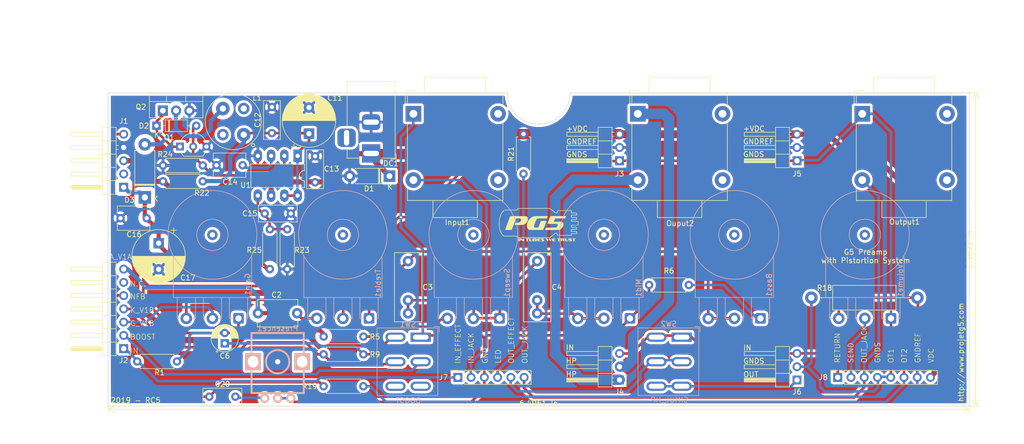
<source format=kicad_pcb>
(kicad_pcb (version 20171130) (host pcbnew "(5.1.2)-1")
  (title_block (title "Pream G5 with Pistortion System") (date 2019-05-24) (rev RC5) (company http://www.projetg5.com) (comment 2 "Licence under Creative Commons BY-NC-SA 4.0") (comment 3 "with A-wai Amplification and LemonAmps") (comment 4 http://www.projetg5.com))
  (layers (0 F.Cu signal) (31 B.Cu signal) (34 B.Paste user) (35 F.Paste user) (36 B.SilkS user) (37 F.SilkS user) (38 B.Mask user) (39 F.Mask user) (44 Edge.Cuts user))
  (net 0 "")
  (net 1 "Net-(C2-Pad1)")
  (net 2 "Net-(Bass1-Pad1)")
  (net 3 "Net-(Bass1-Pad2)")
  (net 4 /SIMCAB_OUT)
  (net 5 "Net-(Gain1-Pad3)")
  (net 6 /A_V1A)
  (net 7 /G_V1B)
  (net 8 /IN_EFFECT)
  (net 9 /K_V1B)
  (net 10 GNDS)
  (net 11 /PEAK)
  (net 12 /HT2)
  (net 13 "Net-(D2-Pad1)")
  (net 14 "Net-(D2-Pad2)")
  (net 15 /HT1)
  (net 16 GNDREF)
  (net 17 /BOOST)
  (net 18 /HP2)
  (net 19 /HP1)
  (net 20 /IN_JACK)
  (net 21 /LED)
  (net 22 /OUT_EFFECT)
  (net 23 /OUT_JACK)
  (net 24 "Net-(C3-Pad2)")
  (net 25 "Net-(C4-Pad2)")
  (net 26 "Net-(C6-Pad1)")
  (net 27 "Net-(C14-Pad1)")
  (net 28 "Net-(C15-Pad1)")
  (net 29 "Net-(R5-Pad2)")
  (net 30 /NFB)
  (net 31 "Net-(C20-Pad1)")
  (net 32 /RETURN)
  (net 33 /SEND)
  (net 34 /VDC)
  (net 35 /OT2)
  (net 36 "Net-(J1-Pad2)")
  (net 37 "Net-(J2-Pad6)")
  (net 38 "Net-(SW1-Pad3)")
  (net 39 "Net-(SW1-Pad6)")
  (module Capacitor_THT:C_Rect_L7.2mm_W3.0mm_P5.00mm_FKS2_FKP2_MKS2_MKP2 (layer F.Cu) (at 104.4 160.2 180)
    (fp_text reference C20 (at 2.48 2.41) (layer F.SilkS))
    (fp_text value 470nf)
    (pad 1 thru_hole circle (at 0 0 180) (size 1.6 1.6) (drill 0.8) (layers *.Cu *.Mask) (net 31 "Net-(C20-Pad1)"))
    (pad 2 thru_hole circle (at 5 0 180) (size 1.6 1.6) (drill 0.8) (layers *.Cu *.Mask) (net 30 /NFB))
  )
  (module Capacitor_THT:C_Rect_L7.2mm_W3.0mm_P5.00mm_FKS2_FKP2_MKS2_MKP2 (layer F.Cu) (at 111.4 109.7 90)
    (fp_text reference C12 (at 2.5 -2.75 90) (layer F.SilkS))
    (fp_text value 100nf)
    (pad 2 thru_hole circle (at 5 0 90) (size 1.6 1.6) (drill 0.8) (layers *.Cu *.Mask) (net 16 GNDREF))
    (pad 1 thru_hole circle (at 0 0 90) (size 1.6 1.6) (drill 0.8) (layers *.Cu *.Mask) (net 11 /PEAK))
  )
  (module Resistor_THT:R_Axial_DIN0414_L11.9mm_D4.5mm_P20.32mm_Horizontal (layer F.Cu) (at 235.07 141.24 180)
    (fp_text reference R18 (at 17.79 1.87 180) (layer F.SilkS))
    (fp_text value 68R/2W)
    (pad 2 thru_hole oval (at 20.32 0 180) (size 2.4 2.4) (drill 1.2) (layers *.Cu *.Mask) (net 10 GNDS))
    (pad 1 thru_hole circle (at 0 0 180) (size 2.4 2.4) (drill 1.2) (layers *.Cu *.Mask) (net 35 /OT2))
  )
  (module Connector_PinSocket_2.54mm:PinSocket_1x08_P2.54mm_Vertical (layer F.Cu) (at 219.8 156.5 90)
    (fp_text reference J8 (at 0 -2.77 180) (layer F.SilkS))
    (fp_text value PCB_OUTPUT)
    (pad 8 thru_hole oval (at 0 17.78 90) (size 1.7 1.7) (drill 1) (layers *.Cu *.Mask) (net 34 /VDC))
    (pad 7 thru_hole oval (at 0 15.24 90) (size 1.7 1.7) (drill 1) (layers *.Cu *.Mask) (net 16 GNDREF))
    (pad 6 thru_hole oval (at 0 12.7 90) (size 1.7 1.7) (drill 1) (layers *.Cu *.Mask) (net 35 /OT2))
    (pad 5 thru_hole oval (at 0 10.16 90) (size 1.7 1.7) (drill 1) (layers *.Cu *.Mask) (net 10 GNDS))
    (pad 4 thru_hole oval (at 0 7.62 90) (size 1.7 1.7) (drill 1) (layers *.Cu *.Mask) (net 10 GNDS))
    (pad 3 thru_hole oval (at 0 5.08 90) (size 1.7 1.7) (drill 1) (layers *.Cu *.Mask) (net 23 /OUT_JACK))
    (pad 2 thru_hole oval (at 0 2.54 90) (size 1.7 1.7) (drill 1) (layers *.Cu *.Mask) (net 33 /SEND))
    (pad 1 thru_hole rect (at 0 0 90) (size 1.7 1.7) (drill 1) (layers *.Cu *.Mask) (net 32 /RETURN))
  )
  (module Connector_BarrelJack:BarrelJack_Horizontal (layer F.Cu) (at 130.4 113.6 270)
    (fp_text reference DC1 (at 1.9 -3.8) (layer F.SilkS))
    (fp_text value Barrel_Jack)
    (pad 3 thru_hole roundrect (at -3 4.7 270) (size 3.5 3.5) (drill oval 3 1) (layers *.Cu *.Mask))
    (pad 2 thru_hole roundrect (at -6 0 270) (size 3 3.5) (drill oval 1 3) (layers *.Cu *.Mask) (net 16 GNDREF))
    (pad 1 thru_hole rect (at 0 0 270) (size 3.5 3.5) (drill oval 1 3) (layers *.Cu *.Mask) (net 34 /VDC))
  )
  (module ProjectLib_main:RV09AF-40-ALPHA-POT (layer B.Cu) (at 112.5 153.5 180)
    (fp_text reference Presence1 (at 0 6.38) (layer B.SilkS) (effects (font (size 1.016 1.016) (thickness 0.1524)) (justify mirror)))
    (fp_text value "50k lin" hide)
    (pad "" thru_hole rect (at 4.7 0 180) (size 3 3.2) (drill oval 2 2.2) (layers *.Cu *.Mask B.SilkS))
    (pad 1 thru_hole circle (at -2.5 -7 180) (size 1.75 1.75) (drill 1) (layers *.Cu *.Mask B.SilkS) (net 10 GNDS))
    (pad 2 thru_hole circle (at 0 -7 180) (size 1.75 1.75) (drill 1) (layers *.Cu *.Mask B.SilkS) (net 10 GNDS))
    (pad 3 thru_hole circle (at 2.5 -7 180) (size 1.75 1.75) (drill 1) (layers *.Cu *.Mask B.SilkS) (net 31 "Net-(C20-Pad1)"))
    (pad "" thru_hole rect (at -4.7 0 180) (size 3 3.2) (drill oval 2 2.2) (layers *.Cu *.Mask B.SilkS))
  )
  (module Resistor_THT:R_Axial_DIN0207_L6.3mm_D2.5mm_P7.62mm_Horizontal (layer F.Cu) (at 121.3 158.2)
    (fp_text reference R19 (at -2.66 0) (layer F.SilkS))
    (fp_text value 1.5k)
    (pad 2 thru_hole oval (at 7.62 0) (size 1.6 1.6) (drill 0.8) (layers *.Cu *.Mask) (net 35 /OT2))
    (pad 1 thru_hole circle (at 0 0) (size 1.6 1.6) (drill 0.8) (layers *.Cu *.Mask) (net 30 /NFB))
  )
  (module ProjectLib_main:C_Rect_L13.0mm_W5.0mm_P7.5mm_or_P10.00mm_FKS3_FKP3_MKS4 (layer F.Cu) (at 162.23 134.23 270)
    (fp_text reference C4 (at 5 -3.75) (layer F.SilkS))
    (fp_text value 47nF)
    (pad 2 thru_hole circle (at 10 0 270) (size 2 2) (drill 1) (layers *.Cu *.Mask) (net 25 "Net-(C4-Pad2)"))
    (pad 1 thru_hole circle (at 0 0 270) (size 2 2) (drill 1) (layers *.Cu *.Mask) (net 24 "Net-(C3-Pad2)"))
    (pad 2 thru_hole circle (at 7.5 0 270) (size 2 2) (drill 1) (layers *.Cu *.Mask) (net 25 "Net-(C4-Pad2)"))
  )
  (module ProjectLib_main:C_Rect_L13.0mm_W5.0mm_P7.5mm_or_P10.00mm_FKS3_FKP3_MKS4 (layer F.Cu) (at 137.49 134.23 270)
    (fp_text reference C3 (at 5 -3.75) (layer F.SilkS))
    (fp_text value 100nF)
    (pad 2 thru_hole circle (at 10 0 270) (size 2 2) (drill 1) (layers *.Cu *.Mask) (net 24 "Net-(C3-Pad2)"))
    (pad 1 thru_hole circle (at 0 0 270) (size 2 2) (drill 1) (layers *.Cu *.Mask) (net 3 "Net-(Bass1-Pad2)"))
    (pad 2 thru_hole circle (at 7.5 0 270) (size 2 2) (drill 1) (layers *.Cu *.Mask) (net 24 "Net-(C3-Pad2)"))
  )
  (module Connector_PinHeader_2.54mm:PinHeader_1x07_P2.54mm_Horizontal (layer F.Cu) (at 83 151 180)
    (fp_text reference J2 (at 0.01 -2.24) (layer F.SilkS))
    (fp_text value PCB_TUBE)
    (pad 7 thru_hole oval (at 0 15.24 180) (size 1.7 1.7) (drill 1) (layers *.Cu *.Mask) (net 6 /A_V1A))
    (pad 6 thru_hole oval (at 0 12.7 180) (size 1.7 1.7) (drill 1) (layers *.Cu *.Mask) (net 37 "Net-(J2-Pad6)"))
    (pad 5 thru_hole oval (at 0 10.16 180) (size 1.7 1.7) (drill 1) (layers *.Cu *.Mask) (net 30 /NFB))
    (pad 4 thru_hole oval (at 0 7.62 180) (size 1.7 1.7) (drill 1) (layers *.Cu *.Mask) (net 9 /K_V1B))
    (pad 3 thru_hole oval (at 0 5.08 180) (size 1.7 1.7) (drill 1) (layers *.Cu *.Mask) (net 7 /G_V1B))
    (pad 2 thru_hole oval (at 0 2.54 180) (size 1.7 1.7) (drill 1) (layers *.Cu *.Mask) (net 17 /BOOST))
    (pad 1 thru_hole rect (at 0 0 180) (size 1.7 1.7) (drill 1) (layers *.Cu *.Mask) (net 8 /IN_EFFECT))
  )
  (module ProjectLib_main:Potentiometer_Alpha_RV16AF41_Single_Vertical (layer B.Cu) (at 230 145.2 90)
    (fp_text reference Volume1 (at 7.21 1.79 90) (layer B.SilkS) (effects (justify mirror)))
    (fp_text value 1k)
    (pad 1 thru_hole roundrect (at 0 0 180) (size 2 2) (drill 1.2) (layers *.Cu *.Mask) (roundrect_rratio 0.125) (net 10 GNDS))
    (pad 2 thru_hole circle (at 0 -5 180) (size 2.2 2.2) (drill 1.2) (layers *.Cu *.Mask) (net 33 /SEND))
    (pad 3 thru_hole circle (at 0 -10 180) (size 2.2 2.2) (drill 1.2) (layers *.Cu *.Mask) (net 35 /OT2))
  )
  (module ProjectLib_main:Potentiometer_Alpha_RV16AF41_Single_Vertical (layer B.Cu) (at 205 145.2 90)
    (fp_text reference Bass1 (at 6.37 1.66 90) (layer B.SilkS) (effects (justify mirror)))
    (fp_text value "250k log")
    (pad 1 thru_hole roundrect (at 0 0 180) (size 2 2) (drill 1.2) (layers *.Cu *.Mask) (roundrect_rratio 0.125) (net 2 "Net-(Bass1-Pad1)"))
    (pad 2 thru_hole circle (at 0 -5 180) (size 2.2 2.2) (drill 1.2) (layers *.Cu *.Mask) (net 3 "Net-(Bass1-Pad2)"))
    (pad 3 thru_hole circle (at 0 -10 180) (size 2.2 2.2) (drill 1.2) (layers *.Cu *.Mask) (net 3 "Net-(Bass1-Pad2)"))
  )
  (module ProjectLib_main:Potentiometer_Alpha_RV16AF41_Single_Vertical (layer B.Cu) (at 130 145.2 90)
    (fp_text reference Treble1 (at 6.72 1.73 90) (layer B.SilkS) (effects (justify mirror)))
    (fp_text value "250k lin")
    (pad 1 thru_hole roundrect (at 0 0 180) (size 2 2) (drill 1.2) (layers *.Cu *.Mask) (roundrect_rratio 0.125) (net 3 "Net-(Bass1-Pad2)"))
    (pad 2 thru_hole circle (at 0 -5 180) (size 2.2 2.2) (drill 1.2) (layers *.Cu *.Mask) (net 5 "Net-(Gain1-Pad3)"))
    (pad 3 thru_hole circle (at 0 -10 180) (size 2.2 2.2) (drill 1.2) (layers *.Cu *.Mask) (net 1 "Net-(C2-Pad1)"))
  )
  (module ProjectLib_main:Potentiometer_Alpha_RV16AF41_Single_Vertical (layer B.Cu) (at 180 145.2 90)
    (fp_text reference Mid1 (at 5.83 1.68 90) (layer B.SilkS) (effects (justify mirror)))
    (fp_text value "100k log")
    (pad 1 thru_hole roundrect (at 0 0 180) (size 2 2) (drill 1.2) (layers *.Cu *.Mask) (roundrect_rratio 0.125) (net 10 GNDS))
    (pad 2 thru_hole circle (at 0 -5 180) (size 2.2 2.2) (drill 1.2) (layers *.Cu *.Mask) (net 25 "Net-(C4-Pad2)"))
    (pad 3 thru_hole circle (at 0 -10 180) (size 2.2 2.2) (drill 1.2) (layers *.Cu *.Mask) (net 25 "Net-(C4-Pad2)"))
  )
  (module ProjectLib_main:Potentiometer_Alpha_RV16AF41_Single_Vertical (layer B.Cu) (at 155 145.2 90)
    (fp_text reference Sweep1 (at 6.8 1.44 90) (layer B.SilkS) (effects (justify mirror)))
    (fp_text value "50k lin")
    (pad 1 thru_hole roundrect (at 0 0 180) (size 2 2) (drill 1.2) (layers *.Cu *.Mask) (roundrect_rratio 0.125) (net 24 "Net-(C3-Pad2)"))
    (pad 2 thru_hole circle (at 0 -5 180) (size 2.2 2.2) (drill 1.2) (layers *.Cu *.Mask) (net 24 "Net-(C3-Pad2)"))
    (pad 3 thru_hole circle (at 0 -10 180) (size 2.2 2.2) (drill 1.2) (layers *.Cu *.Mask) (net 29 "Net-(R5-Pad2)"))
  )
  (module ProjectLib_main:Potentiometer_Alpha_RV16AF41_Single_Vertical (layer B.Cu) (at 105 145.2 90)
    (fp_text reference Gain1 (at 6.5 1.75 90) (layer B.SilkS) (effects (justify mirror)))
    (fp_text value "1M log")
    (pad 1 thru_hole roundrect (at 0 0 180) (size 2 2) (drill 1.2) (layers *.Cu *.Mask) (roundrect_rratio 0.125) (net 10 GNDS))
    (pad 2 thru_hole circle (at 0 -5 180) (size 2.2 2.2) (drill 1.2) (layers *.Cu *.Mask) (net 7 /G_V1B))
    (pad 3 thru_hole circle (at 0 -10 180) (size 2.2 2.2) (drill 1.2) (layers *.Cu *.Mask) (net 5 "Net-(Gain1-Pad3)"))
  )
  (module Capacitor_THT:CP_Radial_D5.0mm_P2.00mm (layer F.Cu) (at 102.36 149.99 90)
    (fp_text reference C6 (at -2.4 0 180) (layer F.SilkS))
    (fp_text value 22µF/25V)
    (pad 2 thru_hole circle (at 2 0 90) (size 1.6 1.6) (drill 0.8) (layers *.Cu *.Mask) (net 10 GNDS))
    (pad 1 thru_hole rect (at 0 0 90) (size 1.6 1.6) (drill 0.8) (layers *.Cu *.Mask) (net 26 "Net-(C6-Pad1)"))
  )
  (module ProjectLib_main:Jack_6.35mm_Neutrik_NMJ4HCD2_Horizontal (layer F.Cu) (at 181.5 118.7 90)
    (fp_text reference Ouput2 (at -8.3 8.1 180) (layer F.SilkS))
    (fp_text value HP)
    (pad TN thru_hole circle (at 0 16.23 90) (size 3 3) (drill 1.5) (layers *.Cu *.Mask))
    (pad SN thru_hole circle (at 12.7 16.23 90) (size 3 3) (drill 1.5) (layers *.Cu *.Mask))
    (pad T thru_hole circle (at 0 0 90) (size 3 3) (drill 1.5) (layers *.Cu *.Mask) (net 19 /HP1))
    (pad S thru_hole rect (at 12.7 0 90) (size 3 3) (drill 1.5) (layers *.Cu *.Mask) (net 18 /HP2))
  )
  (module ProjectLib_main:Jack_6.35mm_Neutrik_NMJ4HCD2_Horizontal (layer F.Cu) (at 138.5 118.7 90)
    (fp_text reference Input1 (at -8.1 8.4 180) (layer F.SilkS))
    (fp_text value Input)
    (pad TN thru_hole circle (at 0 16.23 90) (size 3 3) (drill 1.5) (layers *.Cu *.Mask))
    (pad SN thru_hole circle (at 12.7 16.23 90) (size 3 3) (drill 1.5) (layers *.Cu *.Mask))
    (pad T thru_hole circle (at 0 0 90) (size 3 3) (drill 1.5) (layers *.Cu *.Mask) (net 20 /IN_JACK))
    (pad S thru_hole rect (at 12.7 0 90) (size 3 3) (drill 1.5) (layers *.Cu *.Mask) (net 10 GNDS))
  )
  (module Diode_THT:D_DO-41_SOD81_P7.62mm_Horizontal (layer F.Cu) (at 133.92 117.94 180)
    (fp_text reference D1 (at 3.9 -2.4) (layer F.SilkS))
    (fp_text value 1N4007)
    (fp_text user K (at -0.1 -2.1 180) (layer F.SilkS))
    (pad 1 thru_hole rect (at 0 0 180) (size 2.2 2.2) (drill 1.1) (layers *.Cu *.Mask) (net 34 /VDC))
    (pad 2 thru_hole oval (at 7.62 0 180) (size 2.2 2.2) (drill 1.1) (layers *.Cu *.Mask) (net 16 GNDREF))
  )
  (module Capacitor_THT:C_Disc_D7.5mm_W5.0mm_P7.50mm (layer F.Cu) (at 116.24 144.21 180)
    (fp_text reference C2 (at 3.95 3.51) (layer F.SilkS))
    (fp_text value 250pF)
    (pad 1 thru_hole circle (at 0 0 180) (size 2 2) (drill 1) (layers *.Cu *.Mask) (net 1 "Net-(C2-Pad1)"))
    (pad 2 thru_hole circle (at 7.5 0 180) (size 2 2) (drill 1) (layers *.Cu *.Mask) (net 6 /A_V1A))
  )
  (module Resistor_THT:R_Axial_DIN0207_L6.3mm_D2.5mm_P7.62mm_Horizontal (layer F.Cu) (at 85.59 153.45)
    (fp_text reference R1 (at 4.28 2.13 180) (layer F.SilkS))
    (fp_text value 1M)
    (pad 1 thru_hole circle (at 0 0) (size 1.6 1.6) (drill 0.8) (layers *.Cu *.Mask) (net 8 /IN_EFFECT))
    (pad 2 thru_hole oval (at 7.62 0) (size 1.6 1.6) (drill 0.8) (layers *.Cu *.Mask) (net 10 GNDS))
  )
  (module Resistor_THT:R_Axial_DIN0207_L6.3mm_D2.5mm_P7.62mm_Horizontal (layer F.Cu) (at 121.31 148.68)
    (fp_text reference R5 (at 9.83 0.04) (layer F.SilkS))
    (fp_text value 47k)
    (pad 1 thru_hole circle (at 0 0) (size 1.6 1.6) (drill 0.8) (layers *.Cu *.Mask) (net 6 /A_V1A))
    (pad 2 thru_hole oval (at 7.62 0) (size 1.6 1.6) (drill 0.8) (layers *.Cu *.Mask) (net 29 "Net-(R5-Pad2)"))
  )
  (module Resistor_THT:R_Axial_DIN0207_L6.3mm_D2.5mm_P7.62mm_Horizontal (layer F.Cu) (at 191.28 138.8 180)
    (fp_text reference R6 (at 3.82 2.7) (layer F.SilkS))
    (fp_text value 15k)
    (pad 1 thru_hole circle (at 0 0 180) (size 1.6 1.6) (drill 0.8) (layers *.Cu *.Mask) (net 2 "Net-(Bass1-Pad1)"))
    (pad 2 thru_hole oval (at 7.62 0 180) (size 1.6 1.6) (drill 0.8) (layers *.Cu *.Mask) (net 10 GNDS))
  )
  (module Resistor_THT:R_Axial_DIN0207_L6.3mm_D2.5mm_P7.62mm_Horizontal (layer F.Cu) (at 121.3 152.09)
    (fp_text reference R9 (at 9.85 0.01) (layer F.SilkS))
    (fp_text value 100k)
    (pad 2 thru_hole oval (at 7.62 0) (size 1.6 1.6) (drill 0.8) (layers *.Cu *.Mask) (net 26 "Net-(C6-Pad1)"))
    (pad 1 thru_hole circle (at 0 0) (size 1.6 1.6) (drill 0.8) (layers *.Cu *.Mask) (net 9 /K_V1B))
  )
  (module Connector_PinHeader_2.54mm:PinHeader_1x03_P2.54mm_Horizontal (layer F.Cu) (at 178 115 180)
    (fp_text reference J3 (at 0 -2.5 180) (layer F.SilkS))
    (fp_text value PSU_AMP)
    (pad 3 thru_hole oval (at 0 5.08 180) (size 1.7 1.7) (drill 1) (layers *.Cu *.Mask) (net 34 /VDC))
    (pad 2 thru_hole oval (at 0 2.54 180) (size 1.7 1.7) (drill 1) (layers *.Cu *.Mask) (net 16 GNDREF))
    (pad 1 thru_hole rect (at 0 0 180) (size 1.7 1.7) (drill 1) (layers *.Cu *.Mask) (net 10 GNDS))
  )
  (module Connector_PinHeader_2.54mm:PinHeader_1x03_P2.54mm_Horizontal (layer F.Cu) (at 212 115 180)
    (fp_text reference J5 (at 0 -2.5 180) (layer F.SilkS))
    (fp_text value PSU_SIMCAB)
    (pad 1 thru_hole rect (at 0 0 180) (size 1.7 1.7) (drill 1) (layers *.Cu *.Mask) (net 10 GNDS))
    (pad 2 thru_hole oval (at 0 2.54 180) (size 1.7 1.7) (drill 1) (layers *.Cu *.Mask) (net 16 GNDREF))
    (pad 3 thru_hole oval (at 0 5.08 180) (size 1.7 1.7) (drill 1) (layers *.Cu *.Mask) (net 34 /VDC))
  )
  (module Connector_PinHeader_2.54mm:PinHeader_1x03_P2.54mm_Horizontal (layer F.Cu) (at 212 157 180)
    (fp_text reference J6 (at 0 -2.27 180) (layer F.SilkS))
    (fp_text value SIMCAB)
    (pad 1 thru_hole rect (at 0 0 180) (size 1.7 1.7) (drill 1) (layers *.Cu *.Mask) (net 4 /SIMCAB_OUT))
    (pad 2 thru_hole oval (at 0 2.54 180) (size 1.7 1.7) (drill 1) (layers *.Cu *.Mask) (net 10 GNDS))
    (pad 3 thru_hole oval (at 0 5.08 180) (size 1.7 1.7) (drill 1) (layers *.Cu *.Mask) (net 32 /RETURN))
  )
  (module Connector_PinHeader_2.54mm:PinHeader_1x03_P2.54mm_Horizontal (layer F.Cu) (at 178 157 180)
    (fp_text reference J4 (at 0 -2.27 180) (layer F.SilkS))
    (fp_text value AMP)
    (pad 3 thru_hole oval (at 0 5.08 180) (size 1.7 1.7) (drill 1) (layers *.Cu *.Mask) (net 32 /RETURN))
    (pad 2 thru_hole oval (at 0 2.54 180) (size 1.7 1.7) (drill 1) (layers *.Cu *.Mask) (net 18 /HP2))
    (pad 1 thru_hole rect (at 0 0 180) (size 1.7 1.7) (drill 1) (layers *.Cu *.Mask) (net 19 /HP1))
  )
  (module Capacitor_THT:C_Rect_L7.2mm_W3.0mm_P5.00mm_FKS2_FKP2_MKS2_MKP2 (layer F.Cu) (at 119.67 119.13 90)
    (fp_text reference C13 (at 2.58 3.16 180) (layer F.SilkS))
    (fp_text value 100nf)
    (pad 2 thru_hole circle (at 5 0 90) (size 1.6 1.6) (drill 0.8) (layers *.Cu *.Mask) (net 16 GNDREF))
    (pad 1 thru_hole circle (at 0 0 90) (size 1.6 1.6) (drill 0.8) (layers *.Cu *.Mask) (net 34 /VDC))
  )
  (module Capacitor_THT:CP_Radial_D10.0mm_P5.00mm (layer F.Cu) (at 118.5 109.8 90)
    (fp_text reference C11 (at 6.83 4.96 180) (layer F.SilkS))
    (fp_text value 470µ)
    (pad 2 thru_hole circle (at 5 0 90) (size 2 2) (drill 1) (layers *.Cu *.Mask) (net 16 GNDREF))
    (pad 1 thru_hole rect (at 0 0 90) (size 2 2) (drill 1) (layers *.Cu *.Mask) (net 11 /PEAK))
  )
  (module Capacitor_THT:C_Disc_D6.0mm_W4.4mm_P5.00mm (layer F.Cu) (at 105.78 115.85 180)
    (fp_text reference C14 (at 2.4 -3.2 180) (layer F.SilkS))
    (fp_text value 470p)
    (pad 1 thru_hole circle (at 0 0 180) (size 1.6 1.6) (drill 0.8) (layers *.Cu *.Mask) (net 27 "Net-(C14-Pad1)"))
    (pad 2 thru_hole circle (at 5 0 180) (size 1.6 1.6) (drill 0.8) (layers *.Cu *.Mask) (net 16 GNDREF))
  )
  (module Capacitor_THT:C_Rect_L7.2mm_W3.0mm_P5.00mm_FKS2_FKP2_MKS2_MKP2 (layer F.Cu) (at 110.02 125.11)
    (fp_text reference C15 (at -2.85 -0.01) (layer F.SilkS))
    (fp_text value 100nf)
    (pad 1 thru_hole circle (at 0 0) (size 1.6 1.6) (drill 0.8) (layers *.Cu *.Mask) (net 28 "Net-(C15-Pad1)"))
    (pad 2 thru_hole circle (at 5 0) (size 1.6 1.6) (drill 0.8) (layers *.Cu *.Mask) (net 16 GNDREF))
  )
  (module Capacitor_THT:C_Disc_D6.0mm_W4.4mm_P5.00mm (layer F.Cu) (at 87.4 126 180)
    (fp_text reference C16 (at 2.4 -3.1) (layer F.SilkS))
    (fp_text value 10n/400V)
    (pad 2 thru_hole circle (at 5 0 180) (size 1.6 1.6) (drill 0.8) (layers *.Cu *.Mask) (net 16 GNDREF))
    (pad 1 thru_hole circle (at 0 0 180) (size 1.6 1.6) (drill 0.8) (layers *.Cu *.Mask) (net 12 /HT2))
  )
  (module Capacitor_THT:CP_Radial_D10.0mm_P5.00mm (layer F.Cu) (at 89.7 130.8 270)
    (fp_text reference C17 (at 6.6 -5.6) (layer F.SilkS))
    (fp_text value 4.7µ/400V)
    (pad 1 thru_hole rect (at 0 0 270) (size 2 2) (drill 1) (layers *.Cu *.Mask) (net 12 /HT2))
    (pad 2 thru_hole circle (at 5 0 270) (size 2 2) (drill 1) (layers *.Cu *.Mask) (net 16 GNDREF))
  )
  (module Diode_THT:D_DO-35_SOD27_P7.62mm_Horizontal (layer F.Cu) (at 89.28 108.29)
    (fp_text reference D2 (at -2.42 0.03) (layer F.SilkS))
    (fp_text value 1N4148)
    (fp_text user K (at 0.09 1.71) (layer F.SilkS))
    (pad 1 thru_hole rect (at 0 0) (size 1.6 1.6) (drill 0.8) (layers *.Cu *.Mask) (net 13 "Net-(D2-Pad1)"))
    (pad 2 thru_hole oval (at 7.62 0) (size 1.6 1.6) (drill 0.8) (layers *.Cu *.Mask) (net 14 "Net-(D2-Pad2)"))
  )
  (module Diode_THT:D_DO-15_P10.16mm_Horizontal (layer F.Cu) (at 87.04 122.02 90)
    (fp_text reference D3 (at -0.48 -2.94 180) (layer F.SilkS))
    (fp_text value BYV26)
    (fp_text user K (at -0.3 2.1 180) (layer F.SilkS))
    (pad 1 thru_hole rect (at 0 0 90) (size 2.4 2.4) (drill 1.2) (layers *.Cu *.Mask) (net 12 /HT2))
    (pad 2 thru_hole oval (at 10.16 0 90) (size 2.4 2.4) (drill 1.2) (layers *.Cu *.Mask) (net 15 /HT1))
  )
  (module Package_TO_SOT_THT:TO-92_Inline_Wide (layer F.Cu) (at 93.77 112.28)
    (fp_text reference Q1 (at -2.07 -1.76) (layer F.SilkS))
    (fp_text value MPS751)
    (pad 2 thru_hole circle (at 2.54 0 90) (size 1.5 1.5) (drill 0.8) (layers *.Cu *.Mask) (net 14 "Net-(D2-Pad2)"))
    (pad 3 thru_hole circle (at 5.08 0 90) (size 1.5 1.5) (drill 0.8) (layers *.Cu *.Mask) (net 16 GNDREF))
    (pad 1 thru_hole rect (at 0 0 90) (size 1.5 1.5) (drill 0.8) (layers *.Cu *.Mask) (net 13 "Net-(D2-Pad1)"))
  )
  (module Package_TO_SOT_THT:TO-220-3_Vertical (layer F.Cu) (at 90.5 105.4)
    (fp_text reference Q2 (at -4.2 -0.7) (layer F.SilkS))
    (fp_text value IRF740)
    (pad 1 thru_hole rect (at 0 0) (size 1.905 2) (drill 1.1) (layers *.Cu *.Mask) (net 13 "Net-(D2-Pad1)"))
    (pad 2 thru_hole oval (at 2.54 0) (size 1.905 2) (drill 1.1) (layers *.Cu *.Mask) (net 15 /HT1))
    (pad 3 thru_hole oval (at 5.08 0) (size 1.905 2) (drill 1.1) (layers *.Cu *.Mask) (net 16 GNDREF))
  )
  (module Resistor_THT:R_Axial_DIN0207_L6.3mm_D2.5mm_P7.62mm_Horizontal (layer F.Cu) (at 90.53 118.94)
    (fp_text reference R22 (at 7.45 2.23) (layer F.SilkS))
    (fp_text value 0.22R)
    (pad 2 thru_hole oval (at 7.62 0) (size 1.6 1.6) (drill 0.8) (layers *.Cu *.Mask) (net 11 /PEAK))
    (pad 1 thru_hole circle (at 0 0) (size 1.6 1.6) (drill 0.8) (layers *.Cu *.Mask) (net 34 /VDC))
  )
  (module Resistor_THT:R_Axial_DIN0207_L6.3mm_D2.5mm_P7.62mm_Horizontal (layer F.Cu) (at 114.33 128.13 270)
    (fp_text reference R23 (at 3.99 -2.84 180) (layer F.SilkS))
    (fp_text value 1.8k)
    (pad 2 thru_hole oval (at 7.62 0 270) (size 1.6 1.6) (drill 0.8) (layers *.Cu *.Mask) (net 16 GNDREF))
    (pad 1 thru_hole circle (at 0 0 270) (size 1.6 1.6) (drill 0.8) (layers *.Cu *.Mask) (net 28 "Net-(C15-Pad1)"))
  )
  (module Resistor_THT:R_Axial_DIN0207_L6.3mm_D2.5mm_P7.62mm_Horizontal (layer F.Cu) (at 98.15 115.9 180)
    (fp_text reference R24 (at 7.2 2.14 180) (layer F.SilkS))
    (fp_text value 1k)
    (pad 1 thru_hole circle (at 0 0 180) (size 1.6 1.6) (drill 0.8) (layers *.Cu *.Mask) (net 14 "Net-(D2-Pad2)"))
    (pad 2 thru_hole oval (at 7.62 0 180) (size 1.6 1.6) (drill 0.8) (layers *.Cu *.Mask) (net 16 GNDREF))
  )
  (module Resistor_THT:R_Axial_DIN0207_L6.3mm_D2.5mm_P7.62mm_Horizontal (layer F.Cu) (at 111 135.75 90)
    (fp_text reference R25 (at 3.63 -2.98 180) (layer F.SilkS))
    (fp_text value 430k)
    (pad 1 thru_hole circle (at 0 0 90) (size 1.6 1.6) (drill 0.8) (layers *.Cu *.Mask) (net 12 /HT2))
    (pad 2 thru_hole oval (at 7.62 0 90) (size 1.6 1.6) (drill 0.8) (layers *.Cu *.Mask) (net 28 "Net-(C15-Pad1)"))
  )
  (module Package_DIP:DIP-8_W7.62mm_LongPads (layer F.Cu) (at 116.32 114.06 270)
    (fp_text reference U1 (at 5.6 9.96 180) (layer F.SilkS))
    (fp_text value MC34063AP)
    (pad 1 thru_hole rect (at 0 0 270) (size 2.4 1.6) (drill 0.8) (layers *.Cu *.Mask) (net 11 /PEAK))
    (pad 5 thru_hole oval (at 7.62 7.62 270) (size 2.4 1.6) (drill 0.8) (layers *.Cu *.Mask) (net 28 "Net-(C15-Pad1)"))
    (pad 2 thru_hole oval (at 0 2.54 270) (size 2.4 1.6) (drill 0.8) (layers *.Cu *.Mask) (net 14 "Net-(D2-Pad2)"))
    (pad 6 thru_hole oval (at 7.62 5.08 270) (size 2.4 1.6) (drill 0.8) (layers *.Cu *.Mask) (net 34 /VDC))
    (pad 3 thru_hole oval (at 0 5.08 270) (size 2.4 1.6) (drill 0.8) (layers *.Cu *.Mask) (net 27 "Net-(C14-Pad1)"))
    (pad 7 thru_hole oval (at 7.62 2.54 270) (size 2.4 1.6) (drill 0.8) (layers *.Cu *.Mask) (net 11 /PEAK))
    (pad 4 thru_hole oval (at 0 7.62 270) (size 2.4 1.6) (drill 0.8) (layers *.Cu *.Mask) (net 16 GNDREF))
    (pad 8 thru_hole oval (at 7.62 0 270) (size 2.4 1.6) (drill 0.8) (layers *.Cu *.Mask) (net 11 /PEAK))
  )
  (module ProjectLib_main:L_Radial_D10.5mm_P5.00mm_MuRATA_1200RS (layer F.Cu) (at 106 110 180)
    (fp_text reference L1 (at -2.56 7.04 180) (layer F.SilkS))
    (fp_text value 220µH/1.5A)
    (pad 2 thru_hole circle (at 4 5 180) (size 2.6 2.6) (drill 1.2) (layers *.Cu *.Mask) (net 15 /HT1))
    (pad 1 thru_hole circle (at 0 0 180) (size 2.6 2.6) (drill 1.2) (layers *.Cu *.Mask) (net 11 /PEAK))
    (pad "" thru_hole circle (at 0 5 180) (size 2.2 2.2) (drill 1.2) (layers *.Cu *.Mask))
    (pad "" thru_hole circle (at 4 0 180) (size 2.2 2.2) (drill 1.2) (layers *.Cu *.Mask))
  )
  (module Switch_lever:SW_CK_Lever_DPDT_72xx (layer B.Cu) (at 189.9 148.8 180)
    (fp_text reference SW2 (at 2.47 2.53) (layer B.SilkS) (effects (justify mirror)))
    (fp_text value SIMCAB)
    (pad 1 thru_hole rect (at 0 0 180) (size 3.85 1.73) (drill oval 2.99 0.96) (layers *.Cu *.Mask) (net 32 /RETURN))
    (pad 2 thru_hole oval (at 0 -4.7 180) (size 3.85 1.73) (drill oval 2.99 0.96) (layers *.Cu *.Mask) (net 22 /OUT_EFFECT))
    (pad 3 thru_hole oval (at 0 -9.4 180) (size 3.85 1.73) (drill oval 2.99 0.96) (layers *.Cu *.Mask) (net 4 /SIMCAB_OUT))
    (pad 5 thru_hole oval (at 4.83 -4.7 180) (size 3.85 1.73) (drill oval 2.99 0.96) (layers *.Cu *.Mask) (net 22 /OUT_EFFECT))
    (pad 6 thru_hole oval (at 4.83 -9.4 180) (size 3.85 1.73) (drill oval 2.99 0.96) (layers *.Cu *.Mask) (net 4 /SIMCAB_OUT))
    (pad 4 thru_hole oval (at 4.83 0 180) (size 3.85 1.73) (drill oval 2.99 0.96) (layers *.Cu *.Mask) (net 32 /RETURN))
  )
  (module Connector_PinHeader_2.54mm:PinHeader_1x05_P2.54mm_Horizontal (layer F.Cu) (at 83 120.08 180)
    (fp_text reference J1 (at 0 12.68 180) (layer F.SilkS))
    (fp_text value PSU_TUBE)
    (pad 1 thru_hole rect (at 0 0 180) (size 1.7 1.7) (drill 1) (layers *.Cu *.Mask) (net 12 /HT2))
    (pad 2 thru_hole oval (at 0 2.54 180) (size 1.7 1.7) (drill 1) (layers *.Cu *.Mask) (net 36 "Net-(J1-Pad2)"))
    (pad 3 thru_hole oval (at 0 5.08 180) (size 1.7 1.7) (drill 1) (layers *.Cu *.Mask) (net 34 /VDC))
    (pad 4 thru_hole oval (at 0 7.62 180) (size 1.7 1.7) (drill 1) (layers *.Cu *.Mask) (net 16 GNDREF))
    (pad 5 thru_hole oval (at 0 10.16 180) (size 1.7 1.7) (drill 1) (layers *.Cu *.Mask) (net 10 GNDS))
  )
  (module Switch_lever:SW_CK_Lever_DPDT_72xx (layer B.Cu) (at 139.9 148.8 180)
    (fp_text reference SW1 (at 2.46 2.45) (layer B.SilkS) (effects (justify mirror)))
    (fp_text value Boost)
    (pad 1 thru_hole rect (at 0 0 180) (size 3.85 1.73) (drill oval 2.99 0.96) (layers *.Cu *.Mask) (net 10 GNDS))
    (pad 2 thru_hole oval (at 0 -4.7 180) (size 3.85 1.73) (drill oval 2.99 0.96) (layers *.Cu *.Mask) (net 17 /BOOST))
    (pad 3 thru_hole oval (at 0 -9.4 180) (size 3.85 1.73) (drill oval 2.99 0.96) (layers *.Cu *.Mask) (net 38 "Net-(SW1-Pad3)"))
    (pad 5 thru_hole oval (at 4.83 -4.7 180) (size 3.85 1.73) (drill oval 2.99 0.96) (layers *.Cu *.Mask) (net 9 /K_V1B))
    (pad 6 thru_hole oval (at 4.83 -9.4 180) (size 3.85 1.73) (drill oval 2.99 0.96) (layers *.Cu *.Mask) (net 39 "Net-(SW1-Pad6)"))
    (pad 4 thru_hole oval (at 4.83 0 180) (size 3.85 1.73) (drill oval 2.99 0.96) (layers *.Cu *.Mask) (net 26 "Net-(C6-Pad1)"))
  )
  (module Connector_PinSocket_2.54mm:PinSocket_1x06_P2.54mm_Vertical (layer F.Cu) (at 147.02 156.5 90)
    (fp_text reference J7 (at 0 -2.77 180) (layer F.SilkS))
    (fp_text value 3PDT)
    (pad 1 thru_hole rect (at 0 0 90) (size 1.7 1.7) (drill 1) (layers *.Cu *.Mask) (net 8 /IN_EFFECT))
    (pad 2 thru_hole oval (at 0 2.54 90) (size 1.7 1.7) (drill 1) (layers *.Cu *.Mask) (net 20 /IN_JACK))
    (pad 3 thru_hole oval (at 0 5.08 90) (size 1.7 1.7) (drill 1) (layers *.Cu *.Mask) (net 10 GNDS))
    (pad 4 thru_hole oval (at 0 7.62 90) (size 1.7 1.7) (drill 1) (layers *.Cu *.Mask) (net 21 /LED))
    (pad 5 thru_hole oval (at 0 10.16 90) (size 1.7 1.7) (drill 1) (layers *.Cu *.Mask) (net 22 /OUT_EFFECT))
    (pad 6 thru_hole oval (at 0 12.7 90) (size 1.7 1.7) (drill 1) (layers *.Cu *.Mask) (net 23 /OUT_JACK))
  )
  (module Resistor_THT:R_Axial_DIN0207_L6.3mm_D2.5mm_P7.62mm_Horizontal (layer F.Cu) (at 159.6 117.5 90)
    (fp_text reference R21 (at 3.81 -2.37 90) (layer F.SilkS))
    (fp_text value 100k)
    (pad 1 thru_hole circle (at 0 0 90) (size 1.6 1.6) (drill 0.8) (layers *.Cu *.Mask) (net 21 /LED))
    (pad 2 thru_hole oval (at 7.62 0 90) (size 1.6 1.6) (drill 0.8) (layers *.Cu *.Mask) (net 34 /VDC))
  )
  (module ProjectLib_main:Jack_6.35mm_Neutrik_NMJ4HCD2_Horizontal (layer F.Cu) (at 224.5 118.7 90)
    (fp_text reference Output1 (at -8.01 8.11 180) (layer F.SilkS))
    (fp_text value Output)
    (pad S thru_hole rect (at 12.7 0 90) (size 3 3) (drill 1.5) (layers *.Cu *.Mask) (net 10 GNDS))
    (pad T thru_hole circle (at 0 0 90) (size 3 3) (drill 1.5) (layers *.Cu *.Mask) (net 23 /OUT_JACK))
    (pad SN thru_hole circle (at 12.7 16.23 90) (size 3 3) (drill 1.5) (layers *.Cu *.Mask))
    (pad TN thru_hole circle (at 0 16.23 90) (size 3 3) (drill 1.5) (layers *.Cu *.Mask))
  )
  (module Symbol:PG5_Logo_15mm_SilkScreen (layer F.Cu) (at 162.5 127)
    (fp_text reference U2 hide)
    (fp_text value PG5_Logo hide)
  )
  (gr_text http://www.projetg5.com (at 243.41 151.7 90) (layer F.SilkS) (effects (font (size 1 1))))
  (dimension 60 (width 0.15) (layer F.SilkS) (gr_text "60,000 mm" (at 247.52 132 270) (layer F.SilkS) (effects (font (size 1 1) (thickness 0.15)))) (feature1 (pts (xy 245 162) (xy 246.806421 162))) (feature2 (pts (xy 245 102) (xy 246.806421 102))) (crossbar (pts (xy 246.22 102) (xy 246.22 162))) (arrow1a (pts (xy 246.22 162) (xy 245.633579 160.873496))) (arrow1b (pts (xy 246.22 162) (xy 246.806421 160.873496))) (arrow2a (pts (xy 246.22 102) (xy 245.633579 103.126504))) (arrow2b (pts (xy 246.22 102) (xy 246.806421 103.126504))))
  (dimension 165 (width 0.15) (layer F.SilkS) (gr_text "165,000 mm" (at 162.5 163.91) (layer F.SilkS) (effects (font (size 1 1) (thickness 0.15)))) (feature1 (pts (xy 245 162) (xy 245 163.196421))) (feature2 (pts (xy 80 162) (xy 80 163.196421))) (crossbar (pts (xy 80 162.61) (xy 245 162.61))) (arrow1a (pts (xy 245 162.61) (xy 243.873496 163.196421))) (arrow1b (pts (xy 245 162.61) (xy 243.873496 162.023579))) (arrow2a (pts (xy 80 162.61) (xy 81.126504 163.196421))) (arrow2b (pts (xy 80 162.61) (xy 81.126504 162.023579))))
  (gr_circle (center 107.79 112.02) (end 108.09 112.02) (layer F.SilkS) (width 0.15))
  (gr_text VDC (at 237.69 152.32 90) (layer F.SilkS) (effects (font (size 1 1) (thickness 0.1))))
  (gr_text GNDREF (at 235.127142 150.843809 90) (layer F.SilkS) (effects (font (size 1 1) (thickness 0.1))))
  (gr_text OT1 (at 230.001428 152.367619 90) (layer F.SilkS) (effects (font (size 1 1) (thickness 0.1))))
  (gr_text OT2 (at 232.564285 152.367619 90) (layer F.SilkS) (effects (font (size 1 1) (thickness 0.1))))
  (gr_text GNDS (at 227.438571 151.748571 90) (layer F.SilkS) (effects (font (size 1 1) (thickness 0.1))))
  (gr_text OUT_JACK (at 224.875714 150.129524 90) (layer F.SilkS) (effects (font (size 1 1) (thickness 0.1))))
  (gr_text SEND (at 222.312857 151.79619 90) (layer F.SilkS) (effects (font (size 1 1) (thickness 0.1))))
  (gr_text RETURN (at 219.75 150.867619 90) (layer F.SilkS) (effects (font (size 1 1) (thickness 0.1))))
  (gr_text BOOST (at 137.52 160.92) (layer B.SilkS) (effects (font (size 1 1) (thickness 0.1)) (justify mirror)))
  (gr_text SIMUL_HP (at 187.55 160.81) (layer B.SilkS) (effects (font (size 1 1) (thickness 0.1)) (justify mirror)))
  (gr_line (start 245 160) (end 245 162) (layer Edge.Cuts) (width 0.1))
  (gr_line (start 80 104) (end 80 102) (layer Edge.Cuts) (width 0.1))
  (gr_text N.C. (at 85.768095 138.6) (layer F.SilkS) (effects (font (size 1 1) (thickness 0.1))))
  (gr_text HP (at 168.77 155.9) (layer F.SilkS) (effects (font (size 1 1))))
  (gr_text IN (at 168.5 150.8) (layer F.SilkS) (effects (font (size 1 1))))
  (gr_text HP~ (at 168.76 153.34) (layer F.SilkS) (effects (font (size 1 1))))
  (gr_text GNDREF (at 170.724762 111.34) (layer F.SilkS) (effects (font (size 1 1))))
  (gr_text GNDS (at 169.82 113.78) (layer F.SilkS) (effects (font (size 1 1))))
  (gr_text +VDC (at 169.867619 108.88) (layer F.SilkS) (effects (font (size 1 1))))
  (gr_text GNDS (at 203.71 113.76) (layer F.SilkS) (effects (font (size 1 1))))
  (gr_text +VDC (at 203.757619 108.86) (layer F.SilkS) (effects (font (size 1 1))))
  (gr_text GNDREF (at 204.614762 111.32) (layer F.SilkS) (effects (font (size 1 1))))
  (gr_text OUT (at 203.17 155.93) (layer F.SilkS) (effects (font (size 1 1))))
  (gr_text IN (at 202.493334 150.84) (layer F.SilkS) (effects (font (size 1 1))))
  (gr_text GNDS (at 203.731429 153.36) (layer F.SilkS) (effects (font (size 1 1))))
  (gr_text IN_EFFECT (at 147.05 150.073333 90) (layer F.SilkS) (effects (font (size 1 1) (thickness 0.1))))
  (gr_text A_V1A (at 82.4 133.4) (layer F.SilkS) (effects (font (size 1 1) (thickness 0.1))))
  (gr_text NFB (at 85.720476 141.03) (layer F.SilkS) (effects (font (size 1 1) (thickness 0.1))))
  (gr_text K_V1B (at 86.553809 143.63) (layer F.SilkS) (effects (font (size 1 1) (thickness 0.1))))
  (gr_text G_V1B (at 86.553809 146.14) (layer F.SilkS) (effects (font (size 1 1) (thickness 0.1))))
  (gr_text BOOST (at 86.672857 148.74) (layer F.SilkS) (effects (font (size 1 1) (thickness 0.1))))
  (gr_text IN (at 85.03 151.4) (layer F.SilkS) (effects (font (size 1 1) (thickness 0.1))))
  (gr_text OUT_JACK (at 159.85 150.24 90) (layer F.SilkS) (effects (font (size 1 1) (thickness 0.1))))
  (gr_text OUT_EFFECT (at 157.25 149.406666 90) (layer F.SilkS) (effects (font (size 1 1) (thickness 0.1))))
  (gr_text LED (at 154.75 152.501904 90) (layer F.SilkS) (effects (font (size 1 1) (thickness 0.1))))
  (gr_text GND (at 152.25 152.35 90) (layer F.SilkS) (effects (font (size 1 1) (thickness 0.1))))
  (gr_text IN_JACK (at 149.55 150.906666 90) (layer F.SilkS) (effects (font (size 1 1) (thickness 0.1))))
  (gr_text "2019 - RC5" (at 85.3 160.9) (layer F.SilkS) (effects (font (size 1 1))))
  (gr_text "G5 Preamp\nwith Pistortion System" (at 225.16 133.3) (layer F.SilkS) (effects (font (size 1 1))))
  (gr_arc (start 162.5 102) (end 156.5 102) (angle -180) (layer Edge.Cuts) (width 0.1))
  (gr_line (start 80 102) (end 156.5 102) (layer Edge.Cuts) (width 0.1))
  (gr_line (start 80 162) (end 80 104) (layer Edge.Cuts) (width 0.1))
  (gr_line (start 245 102) (end 168.5 102) (layer Edge.Cuts) (width 0.1))
  (gr_line (start 245 160) (end 245 102) (layer Edge.Cuts) (width 0.1))
  (gr_line (start 80 162) (end 245 162) (layer Edge.Cuts) (width 0.1))
  (via (at 100 129.2) (size 2) (drill 1) (layers F.Cu B.Cu) (net 0))
  (via (at 125 129.2) (size 2) (drill 1) (layers F.Cu B.Cu) (net 0))
  (via (at 150 129.2) (size 2) (drill 1) (layers F.Cu B.Cu) (net 0))
  (via (at 175 129.2) (size 2) (drill 1) (layers F.Cu B.Cu) (net 0))
  (via (at 200 129.2) (size 2) (drill 1) (layers F.Cu B.Cu) (net 0))
  (via (at 225 129.2) (size 2) (drill 1) (layers F.Cu B.Cu) (net 0))
  (segment (start 116.27 144.39) (end 116.27 144.25) (width 0.5) (layer F.Cu) (net 1))
  (segment (start 119.96 145.19) (end 117.07 145.19) (width 0.5) (layer F.Cu) (net 1))
  (segment (start 117.07 145.19) (end 116.27 144.39) (width 0.5) (layer F.Cu) (net 1))
  (segment (start 197.94 138.81) (end 191.3 138.81) (width 0.5) (layer B.Cu) (net 2))
  (segment (start 205 145.2) (end 204.33 145.2) (width 0.5) (layer B.Cu) (net 2))
  (segment (start 204.33 145.2) (end 197.94 138.81) (width 0.5) (layer B.Cu) (net 2))
  (segment (start 194.97 145.19) (end 200.01 145.19) (width 0.5) (layer F.Cu) (net 3))
  (segment (start 194.98 145.17) (end 194.96 145.19) (width 0.5) (layer F.Cu) (net 3))
  (segment (start 194.98 136.31) (end 194.98 145.17) (width 0.5) (layer F.Cu) (net 3))
  (segment (start 191.07 132.4) (end 194.98 136.31) (width 0.5) (layer F.Cu) (net 3))
  (segment (start 139.28 132.4) (end 191.07 132.4) (width 0.5) (layer F.Cu) (net 3))
  (segment (start 130.02 145.15) (end 130.02 141.66) (width 0.5) (layer F.Cu) (net 3))
  (segment (start 130.02 141.66) (end 139.28 132.4) (width 0.5) (layer F.Cu) (net 3))
  (segment (start 212.03 157.01) (end 212.03 157) (width 0.5) (layer B.Cu) (net 4))
  (segment (start 210.84 158.2) (end 212.03 157.01) (width 0.5) (layer B.Cu) (net 4))
  (segment (start 185.18 158.19) (end 185.19 158.2) (width 0.5) (layer B.Cu) (net 4))
  (segment (start 185.19 158.2) (end 210.84 158.2) (width 0.5) (layer B.Cu) (net 4))
  (segment (start 125.06 142.4) (end 125.06 145.22) (width 0.5) (layer F.Cu) (net 5))
  (segment (start 95.52 141.65) (end 124.31 141.65) (width 0.5) (layer F.Cu) (net 5))
  (segment (start 124.31 141.65) (end 125.06 142.4) (width 0.5) (layer F.Cu) (net 5))
  (segment (start 95 144.2) (end 95 142.17) (width 0.5) (layer F.Cu) (net 5))
  (segment (start 95 142.17) (end 95.52 141.65) (width 0.5) (layer F.Cu) (net 5))
  (segment (start 120.619999 147.509999) (end 121.27 148.16) (width 0.8) (layer F.Cu) (net 6))
  (segment (start 113 144.2) (end 116.309999 147.509999) (width 0.8) (layer F.Cu) (net 6))
  (segment (start 116.309999 147.509999) (end 120.619999 147.509999) (width 0.8) (layer F.Cu) (net 6))
  (segment (start 108.74 144.21) (end 108.75 144.2) (width 0.8) (layer F.Cu) (net 6))
  (segment (start 108.75 144.2) (end 113 144.2) (width 0.8) (layer F.Cu) (net 6))
  (segment (start 108.68 144.13) (end 108.71 144.16) (width 0.8) (layer B.Cu) (net 6))
  (segment (start 108.68 140.86) (end 108.68 144.13) (width 0.8) (layer B.Cu) (net 6))
  (segment (start 107.12 139.3) (end 108.68 140.86) (width 0.8) (layer B.Cu) (net 6))
  (segment (start 87.3 139.3) (end 107.12 139.3) (width 0.8) (layer B.Cu) (net 6))
  (segment (start 83 135.8) (end 83.8 135.8) (width 0.8) (layer B.Cu) (net 6))
  (segment (start 83.8 135.8) (end 87.3 139.3) (width 0.8) (layer B.Cu) (net 6))
  (segment (start 87.35 145.9) (end 83 145.9) (width 0.5) (layer B.Cu) (net 7))
  (segment (start 90.2 143.05) (end 87.35 145.9) (width 0.5) (layer B.Cu) (net 7))
  (segment (start 99.17 143.05) (end 90.2 143.05) (width 0.5) (layer B.Cu) (net 7))
  (segment (start 100 145.13) (end 100 143.88) (width 0.5) (layer B.Cu) (net 7))
  (segment (start 100 143.88) (end 99.17 143.05) (width 0.5) (layer B.Cu) (net 7))
  (segment (start 146.4 155.9) (end 146.42 155.9) (width 0.5) (layer B.Cu) (net 8))
  (segment (start 147.02 156.5) (end 147 156.5) (width 0.5) (layer F.Cu) (net 8))
  (segment (start 83.3 151) (end 83 151) (width 0.5) (layer B.Cu) (net 8))
  (segment (start 89.49999 157.19999) (end 83.3 151) (width 0.5) (layer B.Cu) (net 8))
  (segment (start 120.006008 157.19999) (end 89.49999 157.19999) (width 0.5) (layer B.Cu) (net 8))
  (segment (start 147.02 156.5) (end 120.705998 156.5) (width 0.5) (layer B.Cu) (net 8))
  (segment (start 120.705998 156.5) (end 120.006008 157.19999) (width 0.5) (layer B.Cu) (net 8))
  (segment (start 123.099977 153.949977) (end 134.660023 153.949977) (width 0.5) (layer F.Cu) (net 9))
  (segment (start 121.3 152.15) (end 123.099977 153.949977) (width 0.5) (layer F.Cu) (net 9))
  (segment (start 134.660023 153.949977) (end 135.07 153.54) (width 0.5) (layer F.Cu) (net 9))
  (segment (start 103.77 152.77) (end 106.74 149.8) (width 0.5) (layer F.Cu) (net 9))
  (segment (start 101.08 152.77) (end 103.77 152.77) (width 0.5) (layer F.Cu) (net 9))
  (segment (start 99.03 150.72) (end 101.08 152.77) (width 0.5) (layer F.Cu) (net 9))
  (segment (start 84.71 143.4) (end 92.03 150.72) (width 0.5) (layer F.Cu) (net 9))
  (segment (start 92.03 150.72) (end 99.03 150.72) (width 0.5) (layer F.Cu) (net 9))
  (segment (start 117.87863 149.8) (end 120.16863 152.09) (width 0.5) (layer F.Cu) (net 9))
  (segment (start 83 143.4) (end 84.71 143.4) (width 0.5) (layer F.Cu) (net 9))
  (segment (start 106.74 149.8) (end 117.87863 149.8) (width 0.5) (layer F.Cu) (net 9))
  (segment (start 120.16863 152.09) (end 121.3 152.09) (width 0.5) (layer F.Cu) (net 9))
  (segment (start 138.799999 130.499999) (end 138.4 130.1) (width 0.5) (layer B.Cu) (net 10))
  (segment (start 140.3 132) (end 138.799999 130.499999) (width 0.5) (layer B.Cu) (net 10))
  (segment (start 139.9 148.5) (end 140.3 148.1) (width 0.5) (layer B.Cu) (net 10))
  (segment (start 140.3 148.1) (end 140.3 132) (width 0.5) (layer B.Cu) (net 10))
  (segment (start 138.000001 129.700001) (end 138.4 130.1) (width 0.5) (layer B.Cu) (net 10))
  (segment (start 136.1 127.8) (end 138.000001 129.700001) (width 0.5) (layer B.Cu) (net 10))
  (segment (start 136.1 110.4) (end 136.1 127.8) (width 0.5) (layer B.Cu) (net 10))
  (segment (start 138.5 108) (end 136.1 110.4) (width 0.5) (layer B.Cu) (net 10))
  (segment (start 140.15 148.7) (end 140 148.7) (width 0.5) (layer B.Cu) (net 10))
  (via (at 136.1 125.83) (size 0.8) (drill 0.4) (layers F.Cu B.Cu) (net 10))
  (segment (start 226.5 106) (end 224.5 106) (width 0.5) (layer B.Cu) (net 10))
  (segment (start 230 109.5) (end 226.5 106) (width 0.5) (layer B.Cu) (net 10))
  (segment (start 229.91 145.16) (end 230.01 145.26) (width 0.5) (layer B.Cu) (net 10))
  (segment (start 230 145.2) (end 230 148.77) (width 0.5) (layer F.Cu) (net 10))
  (segment (start 138.5 106) (end 138.5 108) (width 0.5) (layer B.Cu) (net 10))
  (segment (start 230 145.2) (end 230 109.5) (width 0.5) (layer B.Cu) (net 10))
  (segment (start 213.96 154.46) (end 213.4 154.46) (width 0.5) (layer B.Cu) (net 10))
  (segment (start 227.5 158.4) (end 226.7 159.2) (width 0.5) (layer B.Cu) (net 10))
  (segment (start 213.4 154.46) (end 212 154.46) (width 0.5) (layer B.Cu) (net 10))
  (segment (start 227.5 156.4) (end 227.5 158.4) (width 0.5) (layer B.Cu) (net 10))
  (segment (start 226.7 159.2) (end 217.3 159.2) (width 0.5) (layer B.Cu) (net 10))
  (segment (start 217.3 159.2) (end 216.4 158.3) (width 0.5) (layer B.Cu) (net 10))
  (segment (start 216.4 158.3) (end 216.4 156.9) (width 0.5) (layer B.Cu) (net 10))
  (segment (start 216.4 156.9) (end 213.96 154.46) (width 0.5) (layer B.Cu) (net 10))
  (segment (start 230 156.4) (end 227.42 156.4) (width 0.5) (layer B.Cu) (net 10))
  (segment (start 230 148.7) (end 230 156.4) (width 0.5) (layer F.Cu) (net 10))
  (segment (start 224.5 106.4) (end 224.5 106) (width 0.5) (layer F.Cu) (net 10))
  (segment (start 212.1 114.9) (end 216 114.9) (width 0.5) (layer B.Cu) (net 10))
  (segment (start 216 114.9) (end 224.5 106.4) (width 0.5) (layer B.Cu) (net 10))
  (segment (start 214.75 153.67) (end 213.96 154.46) (width 0.5) (layer B.Cu) (net 10))
  (segment (start 214.75 141.24) (end 214.75 153.67) (width 0.5) (layer B.Cu) (net 10))
  (segment (start 152.1 158.7) (end 152.1 156.5) (width 0.5) (layer F.Cu) (net 10))
  (segment (start 149.60001 161.19999) (end 152.1 158.7) (width 0.5) (layer F.Cu) (net 10))
  (segment (start 115.72999 161.19999) (end 149.60001 161.19999) (width 0.5) (layer F.Cu) (net 10))
  (segment (start 115.04 160.51) (end 115.72999 161.19999) (width 0.5) (layer F.Cu) (net 10))
  (segment (start 112.5 160.5) (end 112.51 160.51) (width 0.5) (layer B.Cu) (net 10))
  (segment (start 112.51 160.5) (end 115.04 160.5) (width 0.5) (layer B.Cu) (net 10))
  (segment (start 95.6 151.02) (end 93.2 153.42) (width 0.5) (layer B.Cu) (net 10))
  (segment (start 95.6 148.5) (end 95.6 151.02) (width 0.5) (layer B.Cu) (net 10))
  (segment (start 102.39 148.01) (end 96.09 148.01) (width 0.5) (layer B.Cu) (net 10))
  (segment (start 96.09 148.01) (end 95.6 148.5) (width 0.5) (layer B.Cu) (net 10))
  (segment (start 81.7 109.9) (end 83 109.9) (width 0.5) (layer F.Cu) (net 10))
  (segment (start 80.80001 110.79999) (end 81.7 109.9) (width 0.5) (layer F.Cu) (net 10))
  (segment (start 80.80001 129.37001) (end 80.80001 110.79999) (width 0.5) (layer F.Cu) (net 10))
  (segment (start 104.99 147.41) (end 104.4 148) (width 0.5) (layer F.Cu) (net 10))
  (segment (start 104.99 145.2) (end 104.99 147.41) (width 0.5) (layer F.Cu) (net 10))
  (segment (start 104.4 148) (end 93.17 148) (width 0.5) (layer F.Cu) (net 10))
  (segment (start 93.17 148) (end 86.75 141.58) (width 0.5) (layer F.Cu) (net 10))
  (segment (start 86.75 141.58) (end 86.75 135.32) (width 0.5) (layer F.Cu) (net 10))
  (segment (start 86.75 135.32) (end 80.80001 129.37001) (width 0.5) (layer F.Cu) (net 10))
  (segment (start 178 115) (end 212.03 115) (width 0.5) (layer F.Cu) (net 10))
  (segment (start 212.5 115.51) (end 212 115.01) (width 0.5) (layer B.Cu) (net 10))
  (segment (start 152.1 149.29) (end 152.1 149.06) (width 0.5) (layer F.Cu) (net 10))
  (segment (start 140.39 148.46) (end 140.15 148.7) (width 0.5) (layer F.Cu) (net 10))
  (segment (start 151.6 148.46) (end 140.39 148.46) (width 0.5) (layer F.Cu) (net 10))
  (segment (start 152.1 156.5) (end 152.1 148.96) (width 0.5) (layer F.Cu) (net 10))
  (segment (start 152.1 148.96) (end 151.6 148.46) (width 0.5) (layer F.Cu) (net 10))
  (segment (start 152.61 148.45) (end 152.1 148.96) (width 0.5) (layer F.Cu) (net 10))
  (segment (start 176.76 148.45) (end 152.61 148.45) (width 0.5) (layer F.Cu) (net 10))
  (segment (start 183.63 138.75) (end 183.63 141.58) (width 0.5) (layer F.Cu) (net 10))
  (segment (start 183.63 141.58) (end 176.76 148.45) (width 0.5) (layer F.Cu) (net 10))
  (segment (start 87.79 139) (end 86.75 137.96) (width 0.5) (layer F.Cu) (net 10))
  (segment (start 122.5 139) (end 87.79 139) (width 0.5) (layer F.Cu) (net 10))
  (segment (start 135.69 125.81) (end 122.5 139) (width 0.5) (layer F.Cu) (net 10))
  (segment (start 138.95 125.81) (end 135.69 125.81) (width 0.5) (layer F.Cu) (net 10))
  (segment (start 178.16 115.06) (end 149.7 115.06) (width 0.5) (layer F.Cu) (net 10))
  (segment (start 149.7 115.06) (end 138.95 125.81) (width 0.5) (layer F.Cu) (net 10))
  (segment (start 111.5 109.7) (end 118.4 109.7) (width 0.5) (layer F.Cu) (net 11))
  (segment (start 111.5 109.7) (end 106.3 109.7) (width 0.5) (layer F.Cu) (net 11))
  (segment (start 118.5 111.3) (end 116.29 113.51) (width 0.5) (layer F.Cu) (net 11))
  (segment (start 118.5 109.8) (end 118.5 111.3) (width 0.5) (layer F.Cu) (net 11))
  (segment (start 116.29 113.51) (end 116.29 121.7) (width 0.5) (layer B.Cu) (net 11))
  (segment (start 113.78 121.68) (end 115.08 121.68) (width 0.5) (layer F.Cu) (net 11))
  (segment (start 115.08 121.68) (end 116.29 121.68) (width 0.5) (layer F.Cu) (net 11))
  (segment (start 98.15 118.94) (end 98.2 118.89) (width 0.5) (layer B.Cu) (net 11))
  (segment (start 106.05 111.46) (end 106.05 109.9) (width 0.8) (layer B.Cu) (net 11))
  (segment (start 103.39 114.12) (end 106.05 111.46) (width 0.8) (layer B.Cu) (net 11))
  (segment (start 103.39 117.33) (end 103.39 114.12) (width 0.8) (layer B.Cu) (net 11))
  (segment (start 98.2 118.89) (end 101.83 118.89) (width 0.8) (layer B.Cu) (net 11))
  (segment (start 101.83 118.89) (end 103.39 117.33) (width 0.8) (layer B.Cu) (net 11))
  (segment (start 87.02 122.04) (end 87.04 122.02) (width 0.8) (layer B.Cu) (net 12))
  (segment (start 83 120) (end 82.89 120.11) (width 0.8) (layer B.Cu) (net 12))
  (segment (start 84.08 121.08) (end 83 120) (width 0.8) (layer B.Cu) (net 12))
  (segment (start 87.04 122.02) (end 86.1 121.08) (width 0.8) (layer B.Cu) (net 12))
  (segment (start 86.1 121.08) (end 84.08 121.08) (width 0.8) (layer B.Cu) (net 12))
  (segment (start 87.04 125.74) (end 87.04 122.02) (width 0.8) (layer F.Cu) (net 12))
  (segment (start 110.58 135.78) (end 108.098 133.298) (width 0.8) (layer F.Cu) (net 12))
  (segment (start 110.99 135.78) (end 110.58 135.78) (width 0.8) (layer F.Cu) (net 12))
  (segment (start 91.918 133.298) (end 89.7 131.08) (width 0.8) (layer F.Cu) (net 12))
  (segment (start 108.098 133.298) (end 91.918 133.298) (width 0.8) (layer F.Cu) (net 12))
  (segment (start 89.7 131.08) (end 89.7 128.4) (width 0.8) (layer F.Cu) (net 12))
  (segment (start 89.7 128.4) (end 87.04 125.74) (width 0.8) (layer F.Cu) (net 12))
  (segment (start 92.22 112.32) (end 93.85 112.32) (width 0.5) (layer F.Cu) (net 13))
  (segment (start 89.35 109.45) (end 92.22 112.32) (width 0.5) (layer F.Cu) (net 13))
  (segment (start 89.35 107.41) (end 89.35 109.45) (width 0.5) (layer F.Cu) (net 13))
  (segment (start 90.5 105.4) (end 90.5 106.26) (width 0.5) (layer F.Cu) (net 13))
  (segment (start 90.5 106.26) (end 89.35 107.41) (width 0.5) (layer F.Cu) (net 13))
  (segment (start 98.12 115.9) (end 98.15 115.9) (width 0.5) (layer F.Cu) (net 14))
  (segment (start 96.31 114.09) (end 98.12 115.9) (width 0.5) (layer F.Cu) (net 14))
  (segment (start 96.31 108.76934) (end 96.31 114.09) (width 0.5) (layer F.Cu) (net 14))
  (segment (start 96.92 108.29) (end 96.78934 108.29) (width 0.5) (layer F.Cu) (net 14))
  (segment (start 96.78934 108.29) (end 96.31 108.76934) (width 0.5) (layer F.Cu) (net 14))
  (segment (start 113.77 116.35) (end 113.77 114.09) (width 0.5) (layer F.Cu) (net 14))
  (segment (start 112.320011 117.799989) (end 113.77 116.35) (width 0.5) (layer F.Cu) (net 14))
  (segment (start 98.15 115.9) (end 100.049989 117.799989) (width 0.5) (layer F.Cu) (net 14))
  (segment (start 100.049989 117.799989) (end 112.320011 117.799989) (width 0.5) (layer F.Cu) (net 14))
  (segment (start 89.94 111.86) (end 87.04 111.86) (width 0.8) (layer B.Cu) (net 15))
  (segment (start 93 105.27) (end 93 108.8) (width 0.8) (layer B.Cu) (net 15))
  (segment (start 93 108.8) (end 89.94 111.86) (width 0.8) (layer B.Cu) (net 15))
  (segment (start 99.72 107.28) (end 102 105) (width 0.8) (layer B.Cu) (net 15))
  (segment (start 99.7 107.28) (end 99.72 107.28) (width 0.8) (layer B.Cu) (net 15))
  (segment (start 99.7 108.96) (end 99.7 107.28) (width 0.8) (layer B.Cu) (net 15))
  (segment (start 98.37 110.29) (end 99.7 108.96) (width 0.8) (layer B.Cu) (net 15))
  (segment (start 92.97 108.79) (end 94.47 110.29) (width 0.8) (layer B.Cu) (net 15))
  (segment (start 94.47 110.29) (end 98.37 110.29) (width 0.8) (layer B.Cu) (net 15))
  (via (at 112.5 153.5) (size 2) (drill 1) (layers F.Cu B.Cu) (net 16))
  (segment (start 83.07 148.47) (end 83.1 148.5) (width 0.5) (layer B.Cu) (net 17))
  (segment (start 138.2 155.2) (end 120.591769 155.2) (width 0.5) (layer B.Cu) (net 17))
  (segment (start 139.9 153.5) (end 138.2 155.2) (width 0.5) (layer B.Cu) (net 17))
  (segment (start 119.891769 155.9) (end 90.7 155.9) (width 0.5) (layer B.Cu) (net 17))
  (segment (start 120.591769 155.2) (end 119.891769 155.9) (width 0.5) (layer B.Cu) (net 17))
  (segment (start 90.7 155.9) (end 83.27 148.47) (width 0.5) (layer B.Cu) (net 17))
  (segment (start 83.27 148.47) (end 83.07 148.47) (width 0.5) (layer B.Cu) (net 17))
  (segment (start 186.51 105.99) (end 181.38 105.99) (width 2) (layer B.Cu) (net 18))
  (segment (start 179.222081 154.44) (end 180.599989 153.062092) (width 2) (layer B.Cu) (net 18))
  (segment (start 178.08 154.44) (end 179.222081 154.44) (width 2) (layer B.Cu) (net 18))
  (segment (start 180.599989 153.062092) (end 180.599989 148.740011) (width 2) (layer B.Cu) (net 18))
  (segment (start 180.599989 148.740011) (end 187.47 141.87) (width 2) (layer B.Cu) (net 18))
  (segment (start 187.47 141.87) (end 187.47 106.95) (width 2) (layer B.Cu) (net 18))
  (segment (start 187.47 106.95) (end 186.51 105.99) (width 2) (layer B.Cu) (net 18))
  (segment (start 181.45 118.65) (end 181.48 118.62) (width 2) (layer B.Cu) (net 19))
  (segment (start 169.15 118.65) (end 181.45 118.65) (width 2) (layer B.Cu) (net 19))
  (segment (start 165.7 122.1) (end 169.15 118.65) (width 2) (layer B.Cu) (net 19))
  (segment (start 165.7 152.02) (end 165.7 122.1) (width 2) (layer B.Cu) (net 19))
  (segment (start 178.04 156.95) (end 170.63 156.95) (width 2) (layer B.Cu) (net 19))
  (segment (start 170.63 156.95) (end 165.7 152.02) (width 2) (layer B.Cu) (net 19))
  (segment (start 147.75 118.7) (end 138.5 118.7) (width 0.5) (layer B.Cu) (net 20))
  (segment (start 152.5 123.45) (end 147.75 118.7) (width 0.5) (layer B.Cu) (net 20))
  (segment (start 152.5 150.7) (end 152.5 123.45) (width 0.5) (layer B.Cu) (net 20))
  (segment (start 149.5 156.5) (end 149.5 153.7) (width 0.5) (layer B.Cu) (net 20))
  (segment (start 149.5 153.7) (end 152.5 150.7) (width 0.5) (layer B.Cu) (net 20))
  (segment (start 159.6 120.6) (end 159.6 117.2) (width 0.5) (layer B.Cu) (net 21))
  (segment (start 159.6 150.3) (end 159.6 120.6) (width 0.5) (layer B.Cu) (net 21))
  (segment (start 154.64 156.5) (end 154.64 155.26) (width 0.5) (layer B.Cu) (net 21))
  (segment (start 154.64 155.26) (end 159.6 150.3) (width 0.5) (layer B.Cu) (net 21))
  (segment (start 185.17 153.2) (end 187.345 153.2) (width 0.5) (layer B.Cu) (net 22))
  (segment (start 187.345 153.2) (end 190.1 153.2) (width 0.5) (layer B.Cu) (net 22))
  (segment (start 185.17 153.2) (end 184.29 153.2) (width 0.5) (layer F.Cu) (net 22))
  (segment (start 184.29 153.2) (end 181.98 155.51) (width 0.5) (layer B.Cu) (net 22))
  (segment (start 157.13 157.87) (end 157.13 156.56) (width 0.5) (layer B.Cu) (net 22))
  (segment (start 181.98 155.51) (end 181.98 156.78) (width 0.5) (layer B.Cu) (net 22))
  (segment (start 181.98 156.78) (end 179.56001 159.19999) (width 0.5) (layer B.Cu) (net 22))
  (segment (start 179.56001 159.19999) (end 158.45999 159.19999) (width 0.5) (layer B.Cu) (net 22))
  (segment (start 158.45999 159.19999) (end 157.13 157.87) (width 0.5) (layer B.Cu) (net 22))
  (segment (start 159.7 158.54) (end 159.7 156.5) (width 0.5) (layer F.Cu) (net 23))
  (segment (start 161.51 160.35) (end 159.7 158.54) (width 0.5) (layer F.Cu) (net 23))
  (segment (start 222.93 160.35) (end 161.51 160.35) (width 0.5) (layer F.Cu) (net 23))
  (segment (start 224.89 158.39) (end 222.93 160.35) (width 0.5) (layer F.Cu) (net 23))
  (segment (start 224.81 156.56) (end 224.89 156.64) (width 0.5) (layer F.Cu) (net 23))
  (segment (start 224.89 156.64) (end 224.89 158.39) (width 0.5) (layer F.Cu) (net 23))
  (segment (start 225.999999 120.199999) (end 224.5 118.7) (width 0.5) (layer B.Cu) (net 23))
  (segment (start 227.65 121.85) (end 225.999999 120.199999) (width 0.5) (layer B.Cu) (net 23))
  (segment (start 227.65 150.89) (end 227.65 121.85) (width 0.5) (layer B.Cu) (net 23))
  (segment (start 224.88 156.5) (end 224.88 153.66) (width 0.5) (layer B.Cu) (net 23))
  (segment (start 224.88 153.66) (end 227.65 150.89) (width 0.5) (layer B.Cu) (net 23))
  (segment (start 137.554186 144.254186) (end 137.5 144.2) (width 0.5) (layer F.Cu) (net 24))
  (segment (start 150.01 145.15) (end 155.03 145.15) (width 0.5) (layer F.Cu) (net 24))
  (segment (start 149.11 141.73) (end 150.05 142.67) (width 0.5) (layer F.Cu) (net 24))
  (segment (start 155.05 141.46) (end 155.05 145.11) (width 0.5) (layer F.Cu) (net 24))
  (segment (start 162.25 134.23) (end 162.25 134.26) (width 0.5) (layer F.Cu) (net 24))
  (segment (start 162.25 134.26) (end 155.05 141.46) (width 0.5) (layer F.Cu) (net 24))
  (segment (start 150.05 142.67) (end 150.05 145.15) (width 0.5) (layer F.Cu) (net 24))
  (segment (start 150.05 145.15) (end 150.02 145.18) (width 0.5) (layer F.Cu) (net 24))
  (segment (start 137.6 141.73) (end 149.11 141.73) (width 0.5) (layer F.Cu) (net 24))
  (segment (start 137.49 141.62) (end 137.6 141.73) (width 0.5) (layer F.Cu) (net 24))
  (segment (start 137.49 141.73) (end 137.49 144.23) (width 0.5) (layer F.Cu) (net 24))
  (segment (start 174.93 145.2) (end 174.97 145.24) (width 0.5) (layer F.Cu) (net 25))
  (segment (start 170.02 145.2) (end 174.93 145.2) (width 0.5) (layer F.Cu) (net 25))
  (segment (start 169.11 144.29) (end 170.02 145.2) (width 0.5) (layer F.Cu) (net 25))
  (segment (start 162.28 144.32) (end 162.31 144.29) (width 0.5) (layer F.Cu) (net 25))
  (segment (start 162.31 144.29) (end 169.11 144.29) (width 0.5) (layer F.Cu) (net 25))
  (segment (start 162.23 144.23) (end 162.23 141.76) (width 0.5) (layer F.Cu) (net 25))
  (segment (start 162.23 141.76) (end 162.22 141.75) (width 0.5) (layer F.Cu) (net 25))
  (segment (start 119.891998 150) (end 102.4 150) (width 0.5) (layer B.Cu) (net 26))
  (segment (start 120.421999 150.530001) (end 119.891998 150) (width 0.5) (layer B.Cu) (net 26))
  (segment (start 128.88 152.06) (end 127.350001 150.530001) (width 0.5) (layer B.Cu) (net 26))
  (segment (start 127.350001 150.530001) (end 120.421999 150.530001) (width 0.5) (layer B.Cu) (net 26))
  (segment (start 134.29 148.81) (end 135.18 148.81) (width 0.5) (layer F.Cu) (net 26))
  (segment (start 128.9 152.07) (end 131.03 152.07) (width 0.5) (layer F.Cu) (net 26))
  (segment (start 131.03 152.07) (end 134.29 148.81) (width 0.5) (layer F.Cu) (net 26))
  (segment (start 111.25 115.7) (end 111.25 114.04) (width 0.5) (layer B.Cu) (net 27))
  (segment (start 110.610001 116.339999) (end 111.25 115.7) (width 0.5) (layer B.Cu) (net 27))
  (segment (start 105.78 115.85) (end 106.269999 116.339999) (width 0.5) (layer B.Cu) (net 27))
  (segment (start 106.269999 116.339999) (end 110.610001 116.339999) (width 0.5) (layer B.Cu) (net 27))
  (segment (start 108.7 124.14) (end 108.7 121.65) (width 0.5) (layer F.Cu) (net 28))
  (segment (start 110.96 128.08) (end 110.96 126.4) (width 0.5) (layer F.Cu) (net 28))
  (segment (start 110.96 126.4) (end 108.7 124.14) (width 0.5) (layer F.Cu) (net 28))
  (segment (start 114.32 128.08) (end 114.33 128.07) (width 0.5) (layer F.Cu) (net 28))
  (segment (start 110.96 128.13) (end 111.01 128.08) (width 0.5) (layer F.Cu) (net 28))
  (segment (start 111.01 128.08) (end 114.32 128.08) (width 0.5) (layer F.Cu) (net 28))
  (segment (start 144.04 145.13) (end 145.01 145.13) (width 0.5) (layer F.Cu) (net 29))
  (segment (start 142.37 146.8) (end 144.04 145.13) (width 0.5) (layer F.Cu) (net 29))
  (segment (start 132.82 146.8) (end 142.37 146.8) (width 0.5) (layer F.Cu) (net 29))
  (segment (start 128.91 148.68) (end 130.94 148.68) (width 0.5) (layer F.Cu) (net 29))
  (segment (start 130.94 148.68) (end 132.82 146.8) (width 0.5) (layer F.Cu) (net 29))
  (segment (start 120.9 158.2) (end 121.1 158) (width 0.5) (layer B.Cu) (net 30))
  (segment (start 99.38 160.2) (end 99.4 160.2) (width 0.5) (layer F.Cu) (net 30))
  (segment (start 83.3 160.2) (end 99.38 160.2) (width 0.5) (layer F.Cu) (net 30))
  (segment (start 80.80001 157.70001) (end 83.3 160.2) (width 0.5) (layer F.Cu) (net 30))
  (segment (start 80.80001 141.79999) (end 80.80001 157.70001) (width 0.5) (layer F.Cu) (net 30))
  (segment (start 82.9 140.8) (end 81.8 140.8) (width 0.5) (layer F.Cu) (net 30))
  (segment (start 81.8 140.8) (end 80.80001 141.79999) (width 0.5) (layer F.Cu) (net 30))
  (segment (start 102.17 157.43) (end 99.4 160.2) (width 0.5) (layer F.Cu) (net 30))
  (segment (start 121.3 158.2) (end 120.53 157.43) (width 0.5) (layer F.Cu) (net 30))
  (segment (start 120.53 157.43) (end 102.17 157.43) (width 0.5) (layer F.Cu) (net 30))
  (segment (start 107.6 160.4) (end 110 160.4) (width 0.5) (layer B.Cu) (net 31))
  (segment (start 104.4 160.2) (end 104.6 160.4) (width 0.5) (layer B.Cu) (net 31))
  (segment (start 104.6 160.4) (end 107.6 160.4) (width 0.5) (layer B.Cu) (net 31))
  (segment (start 191.47 148.46) (end 190.3 148.46) (width 0.5) (layer B.Cu) (net 32))
  (segment (start 212 151.92) (end 194.93 151.92) (width 0.5) (layer F.Cu) (net 32))
  (segment (start 194.93 151.92) (end 191.47 148.46) (width 0.5) (layer F.Cu) (net 32))
  (segment (start 216.78 151.9) (end 212 151.9) (width 0.5) (layer F.Cu) (net 32))
  (segment (start 219.8 156.4) (end 219.8 154.92) (width 0.5) (layer F.Cu) (net 32))
  (segment (start 219.8 154.92) (end 216.78 151.9) (width 0.5) (layer F.Cu) (net 32))
  (segment (start 183.69 148.49) (end 189.96 148.49) (width 0.5) (layer F.Cu) (net 32))
  (segment (start 180.25 151.93) (end 183.69 148.49) (width 0.5) (layer F.Cu) (net 32))
  (segment (start 177.95 151.88) (end 178 151.93) (width 0.5) (layer F.Cu) (net 32))
  (segment (start 178 151.93) (end 180.25 151.93) (width 0.5) (layer F.Cu) (net 32))
  (segment (start 225.02 145.18) (end 225 145.2) (width 0.5) (layer F.Cu) (net 33))
  (segment (start 225 147.4) (end 225 145.2) (width 0.5) (layer B.Cu) (net 33))
  (segment (start 222.34 156.4) (end 222.34 150.06) (width 0.5) (layer B.Cu) (net 33))
  (segment (start 222.34 150.06) (end 225 147.4) (width 0.5) (layer B.Cu) (net 33))
  (segment (start 133.72 118.1) (end 133.71 118.11) (width 1) (layer B.Cu) (net 34))
  (segment (start 126.41999 113.65001) (end 130.54001 113.65001) (width 1) (layer F.Cu) (net 34))
  (segment (start 121.02 119.05) (end 126.41999 113.65001) (width 1) (layer F.Cu) (net 34))
  (segment (start 111.67 119.05) (end 112.75 119.05) (width 1) (layer F.Cu) (net 34))
  (segment (start 111.24 119.48) (end 111.67 119.05) (width 1) (layer F.Cu) (net 34))
  (segment (start 111.24 121.68) (end 111.24 119.48) (width 1) (layer F.Cu) (net 34))
  (segment (start 112.75 119.05) (end 121.02 119.05) (width 1) (layer F.Cu) (net 34))
  (segment (start 90.53 118.94) (end 90.59 118.94) (width 1) (layer B.Cu) (net 34))
  (segment (start 133.78 118.08) (end 133.76 118.08) (width 1) (layer F.Cu) (net 34))
  (segment (start 133.92 117.94) (end 133.78 118.08) (width 1) (layer F.Cu) (net 34))
  (segment (start 131.25 115.27) (end 133.92 117.94) (width 1) (layer F.Cu) (net 34))
  (segment (start 131.25 113) (end 131.25 115.27) (width 1) (layer F.Cu) (net 34))
  (segment (start 178.88 109.92) (end 178 109.92) (width 1) (layer F.Cu) (net 34))
  (segment (start 88.64 118.94) (end 90.53 118.94) (width 1) (layer F.Cu) (net 34))
  (segment (start 83.1 115) (end 84.7 115) (width 1) (layer F.Cu) (net 34))
  (segment (start 84.7 115) (end 88.64 118.94) (width 1) (layer F.Cu) (net 34))
  (segment (start 237.710001 156.289999) (end 237.6 156.4) (width 1) (layer B.Cu) (net 34))
  (segment (start 102.53 119.05) (end 112.75 119.05) (width 1) (layer F.Cu) (net 34))
  (segment (start 100.429999 121.150001) (end 102.53 119.05) (width 1) (layer F.Cu) (net 34))
  (segment (start 90.59 118.94) (end 92.800001 121.150001) (width 1) (layer F.Cu) (net 34))
  (segment (start 92.800001 121.150001) (end 100.429999 121.150001) (width 1) (layer F.Cu) (net 34))
  (segment (start 178.05 109.92) (end 178.02 109.95) (width 1.5) (layer F.Cu) (net 34))
  (segment (start 212 109.92) (end 178.05 109.92) (width 1.5) (layer F.Cu) (net 34))
  (segment (start 238.29 155.71) (end 237.710001 156.289999) (width 1) (layer F.Cu) (net 34))
  (segment (start 238.29 125.49) (end 238.29 155.71) (width 1) (layer F.Cu) (net 34))
  (segment (start 225.3 112.5) (end 238.29 125.49) (width 1) (layer F.Cu) (net 34))
  (segment (start 220.6 112.5) (end 225.3 112.5) (width 1) (layer F.Cu) (net 34))
  (segment (start 212 109.92) (end 218.02 109.92) (width 1) (layer F.Cu) (net 34))
  (segment (start 218.02 109.92) (end 220.6 112.5) (width 1) (layer F.Cu) (net 34))
  (segment (start 138.33 113.73) (end 130.47 113.73) (width 2) (layer F.Cu) (net 34))
  (segment (start 177.98 109.9) (end 142.16 109.9) (width 2) (layer F.Cu) (net 34))
  (segment (start 142.16 109.9) (end 138.33 113.73) (width 2) (layer F.Cu) (net 34))
  (segment (start 235.15 151.05) (end 235.15 141.35) (width 0.5) (layer F.Cu) (net 35))
  (segment (start 232.5 156.228002) (end 232.5 153.7) (width 0.5) (layer F.Cu) (net 35))
  (segment (start 232.5 153.7) (end 235.15 151.05) (width 0.5) (layer F.Cu) (net 35))
  (segment (start 234.97 141.23) (end 235.07 141.33) (width 0.5) (layer B.Cu) (net 35))
  (segment (start 222.27 141.23) (end 234.97 141.23) (width 0.5) (layer F.Cu) (net 35))
  (segment (start 220 145.2) (end 220 143.5) (width 0.5) (layer F.Cu) (net 35))
  (segment (start 220 143.5) (end 222.27 141.23) (width 0.5) (layer F.Cu) (net 35))
  (segment (start 232.5 157.8) (end 232.5 156.4) (width 0.5) (layer B.Cu) (net 35))
  (segment (start 229.10001 161.19999) (end 232.5 157.8) (width 0.5) (layer B.Cu) (net 35))
  (segment (start 133.24999 161.19999) (end 229.10001 161.19999) (width 0.5) (layer B.Cu) (net 35))
  (segment (start 128.92 158.2) (end 130.25 158.2) (width 0.5) (layer B.Cu) (net 35))
  (segment (start 130.25 158.2) (end 133.24999 161.19999) (width 0.5) (layer B.Cu) (net 35))
  (zone (net 16) (net_name GNDREF) (layer F.Cu) (connect_pads (clearance 0.508)) (min_thickness 0.254) (fill yes (arc_segments 32) (thermal_gap 0.508) (thermal_bridge_width 0.508))
    (polygon (pts (xy 64.6 89.4) (xy 64.6 164.8) (xy 250.4 164.8) (xy 250.4 89.6) (xy 64.8 89.6)))
  )
  (zone (net 16) (net_name GNDREF) (layer B.Cu) (connect_pads (clearance 0.508)) (min_thickness 0.254) (fill yes (arc_segments 32) (thermal_gap 0.508) (thermal_bridge_width 0.508))
    (polygon (pts (xy 59.3 84.2) (xy 59.3 169.3) (xy 255.5 169.3) (xy 255.5 84.2)))
  )
)
</source>
